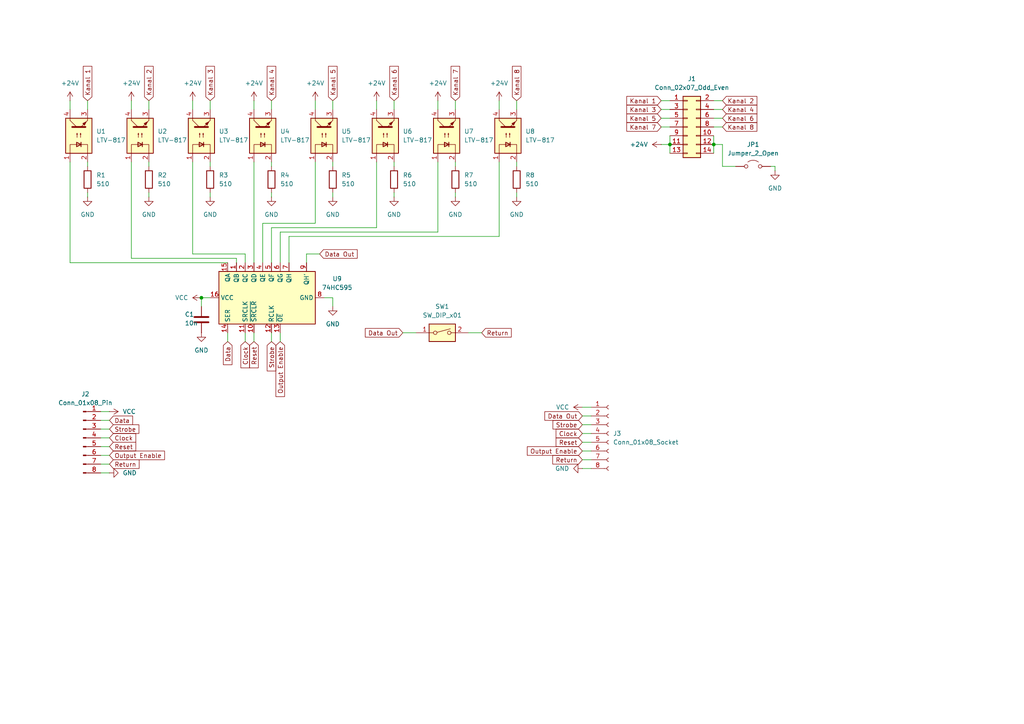
<source format=kicad_sch>
(kicad_sch (version 20231120) (generator "eeschema") (generator_version "8.0")
  (paper "A4")
  (lib_symbols
    (symbol "74xx:74HC595"
      (property "Reference" "U" (at -7.62 13.97 0))
      (property "Value" "74HC595" (at -7.62 -16.51 0))
      (symbol "74HC595_1_0"
        (pin tri_state line (at 10.16 7.62 180) (length 2.54) (name "QB") (number "1"))
        (pin input line (at -10.16 2.54 0) (length 2.54) (name "~{SRCLR}") (number "10"))
        (pin input line (at -10.16 5.08 0) (length 2.54) (name "SRCLK") (number "11"))
        (pin input line (at -10.16 -2.54 0) (length 2.54) (name "RCLK") (number "12"))
        (pin input line (at -10.16 -5.08 0) (length 2.54) (name "~{OE}") (number "13"))
        (pin input line (at -10.16 10.16 0) (length 2.54) (name "SER") (number "14"))
        (pin tri_state line (at 10.16 10.16 180) (length 2.54) (name "QA") (number "15"))
        (pin power_in line (at 0 15.24 270) (length 2.54) (name "VCC") (number "16"))
        (pin tri_state line (at 10.16 5.08 180) (length 2.54) (name "QC") (number "2"))
        (pin tri_state line (at 10.16 2.54 180) (length 2.54) (name "QD") (number "3"))
        (pin tri_state line (at 10.16 0 180) (length 2.54) (name "QE") (number "4"))
        (pin tri_state line (at 10.16 -2.54 180) (length 2.54) (name "QF") (number "5"))
        (pin tri_state line (at 10.16 -5.08 180) (length 2.54) (name "QG") (number "6"))
        (pin tri_state line (at 10.16 -7.62 180) (length 2.54) (name "QH") (number "7"))
        (pin power_in line (at 0 -17.78 90) (length 2.54) (name "GND") (number "8"))
        (pin output line (at 10.16 -12.7 180) (length 2.54) (name "QH'") (number "9"))
      )
      (symbol "74HC595_1_1"
        (rectangle (start -7.62 12.7) (end 7.62 -15.24) (stroke (width 0.254)) (fill (type background)))
      )
    )
    (symbol "Connector:Conn_01x08_Pin" (pin_names (offset 1.016) hide)
      (property "Reference" "J" (at 0 10.16 0))
      (property "Value" "Conn_01x08_Pin" (at 0 -12.7 0))
      (symbol "Conn_01x08_Pin_1_1"
        (polyline (pts (xy 1.27 -10.16) (xy 0.8636 -10.16)) (stroke (width 0.1524)))
        (polyline (pts (xy 1.27 -7.62) (xy 0.8636 -7.62)) (stroke (width 0.1524)))
        (polyline (pts (xy 1.27 -5.08) (xy 0.8636 -5.08)) (stroke (width 0.1524)))
        (polyline (pts (xy 1.27 -2.54) (xy 0.8636 -2.54)) (stroke (width 0.1524)))
        (polyline (pts (xy 1.27 0) (xy 0.8636 0)) (stroke (width 0.1524)))
        (polyline (pts (xy 1.27 2.54) (xy 0.8636 2.54)) (stroke (width 0.1524)))
        (polyline (pts (xy 1.27 5.08) (xy 0.8636 5.08)) (stroke (width 0.1524)))
        (polyline (pts (xy 1.27 7.62) (xy 0.8636 7.62)) (stroke (width 0.1524)))
        (rectangle (start 0.8636 -10.033) (end 0 -10.287) (stroke (width 0.1524)) (fill (type outline)))
        (rectangle (start 0.8636 -7.493) (end 0 -7.747) (stroke (width 0.1524)) (fill (type outline)))
        (rectangle (start 0.8636 -4.953) (end 0 -5.207) (stroke (width 0.1524)) (fill (type outline)))
        (rectangle (start 0.8636 -2.413) (end 0 -2.667) (stroke (width 0.1524)) (fill (type outline)))
        (rectangle (start 0.8636 0.127) (end 0 -0.127) (stroke (width 0.1524)) (fill (type outline)))
        (rectangle (start 0.8636 2.667) (end 0 2.413) (stroke (width 0.1524)) (fill (type outline)))
        (rectangle (start 0.8636 5.207) (end 0 4.953) (stroke (width 0.1524)) (fill (type outline)))
        (rectangle (start 0.8636 7.747) (end 0 7.493) (stroke (width 0.1524)) (fill (type outline)))
        (pin passive line (at 5.08 7.62 180) (length 3.81) (name "Pin_1") (number "1"))
        (pin passive line (at 5.08 5.08 180) (length 3.81) (name "Pin_2") (number "2"))
        (pin passive line (at 5.08 2.54 180) (length 3.81) (name "Pin_3") (number "3"))
        (pin passive line (at 5.08 0 180) (length 3.81) (name "Pin_4") (number "4"))
        (pin passive line (at 5.08 -2.54 180) (length 3.81) (name "Pin_5") (number "5"))
        (pin passive line (at 5.08 -5.08 180) (length 3.81) (name "Pin_6") (number "6"))
        (pin passive line (at 5.08 -7.62 180) (length 3.81) (name "Pin_7") (number "7"))
        (pin passive line (at 5.08 -10.16 180) (length 3.81) (name "Pin_8") (number "8"))
      )
    )
    (symbol "Connector:Conn_01x08_Socket" (pin_names (offset 1.016) hide)
      (property "Reference" "J" (at 0 10.16 0))
      (property "Value" "Conn_01x08_Socket" (at 0 -12.7 0))
      (symbol "Conn_01x08_Socket_1_1"
        (arc (start 0 -9.652) (mid -0.5058 -10.16) (end 0 -10.668) (stroke (width 0.1524)))
        (arc (start 0 -7.112) (mid -0.5058 -7.62) (end 0 -8.128) (stroke (width 0.1524)))
        (arc (start 0 -4.572) (mid -0.5058 -5.08) (end 0 -5.588) (stroke (width 0.1524)))
        (arc (start 0 -2.032) (mid -0.5058 -2.54) (end 0 -3.048) (stroke (width 0.1524)))
        (polyline (pts (xy -1.27 -10.16) (xy -0.508 -10.16)) (stroke (width 0.1524)))
        (polyline (pts (xy -1.27 -7.62) (xy -0.508 -7.62)) (stroke (width 0.1524)))
        (polyline (pts (xy -1.27 -5.08) (xy -0.508 -5.08)) (stroke (width 0.1524)))
        (polyline (pts (xy -1.27 -2.54) (xy -0.508 -2.54)) (stroke (width 0.1524)))
        (polyline (pts (xy -1.27 0) (xy -0.508 0)) (stroke (width 0.1524)))
        (polyline (pts (xy -1.27 2.54) (xy -0.508 2.54)) (stroke (width 0.1524)))
        (polyline (pts (xy -1.27 5.08) (xy -0.508 5.08)) (stroke (width 0.1524)))
        (polyline (pts (xy -1.27 7.62) (xy -0.508 7.62)) (stroke (width 0.1524)))
        (arc (start 0 0.508) (mid -0.5058 0) (end 0 -0.508) (stroke (width 0.1524)))
        (arc (start 0 3.048) (mid -0.5058 2.54) (end 0 2.032) (stroke (width 0.1524)))
        (arc (start 0 5.588) (mid -0.5058 5.08) (end 0 4.572) (stroke (width 0.1524)))
        (arc (start 0 8.128) (mid -0.5058 7.62) (end 0 7.112) (stroke (width 0.1524)))
        (pin passive line (at -5.08 7.62 0) (length 3.81) (name "Pin_1") (number "1"))
        (pin passive line (at -5.08 5.08 0) (length 3.81) (name "Pin_2") (number "2"))
        (pin passive line (at -5.08 2.54 0) (length 3.81) (name "Pin_3") (number "3"))
        (pin passive line (at -5.08 0 0) (length 3.81) (name "Pin_4") (number "4"))
        (pin passive line (at -5.08 -2.54 0) (length 3.81) (name "Pin_5") (number "5"))
        (pin passive line (at -5.08 -5.08 0) (length 3.81) (name "Pin_6") (number "6"))
        (pin passive line (at -5.08 -7.62 0) (length 3.81) (name "Pin_7") (number "7"))
        (pin passive line (at -5.08 -10.16 0) (length 3.81) (name "Pin_8") (number "8"))
      )
    )
    (symbol "Connector_Generic:Conn_02x07_Odd_Even" (pin_names (offset 1.016) hide)
      (property "Reference" "J" (at 1.27 10.16 0))
      (property "Value" "Conn_02x07_Odd_Even" (at 1.27 -10.16 0))
      (symbol "Conn_02x07_Odd_Even_1_1"
        (rectangle (start -1.27 -7.493) (end 0 -7.747) (stroke (width 0.1524)))
        (rectangle (start -1.27 -4.953) (end 0 -5.207) (stroke (width 0.1524)))
        (rectangle (start -1.27 -2.413) (end 0 -2.667) (stroke (width 0.1524)))
        (rectangle (start -1.27 0.127) (end 0 -0.127) (stroke (width 0.1524)))
        (rectangle (start -1.27 2.667) (end 0 2.413) (stroke (width 0.1524)))
        (rectangle (start -1.27 5.207) (end 0 4.953) (stroke (width 0.1524)))
        (rectangle (start -1.27 7.747) (end 0 7.493) (stroke (width 0.1524)))
        (rectangle (start -1.27 8.89) (end 3.81 -8.89) (stroke (width 0.254)) (fill (type background)))
        (rectangle (start 3.81 -7.493) (end 2.54 -7.747) (stroke (width 0.1524)))
        (rectangle (start 3.81 -4.953) (end 2.54 -5.207) (stroke (width 0.1524)))
        (rectangle (start 3.81 -2.413) (end 2.54 -2.667) (stroke (width 0.1524)))
        (rectangle (start 3.81 0.127) (end 2.54 -0.127) (stroke (width 0.1524)))
        (rectangle (start 3.81 2.667) (end 2.54 2.413) (stroke (width 0.1524)))
        (rectangle (start 3.81 5.207) (end 2.54 4.953) (stroke (width 0.1524)))
        (rectangle (start 3.81 7.747) (end 2.54 7.493) (stroke (width 0.1524)))
        (pin passive line (at -5.08 7.62 0) (length 3.81) (name "Pin_1") (number "1"))
        (pin passive line (at 7.62 -2.54 180) (length 3.81) (name "Pin_10") (number "10"))
        (pin passive line (at -5.08 -5.08 0) (length 3.81) (name "Pin_11") (number "11"))
        (pin passive line (at 7.62 -5.08 180) (length 3.81) (name "Pin_12") (number "12"))
        (pin passive line (at -5.08 -7.62 0) (length 3.81) (name "Pin_13") (number "13"))
        (pin passive line (at 7.62 -7.62 180) (length 3.81) (name "Pin_14") (number "14"))
        (pin passive line (at 7.62 7.62 180) (length 3.81) (name "Pin_2") (number "2"))
        (pin passive line (at -5.08 5.08 0) (length 3.81) (name "Pin_3") (number "3"))
        (pin passive line (at 7.62 5.08 180) (length 3.81) (name "Pin_4") (number "4"))
        (pin passive line (at -5.08 2.54 0) (length 3.81) (name "Pin_5") (number "5"))
        (pin passive line (at 7.62 2.54 180) (length 3.81) (name "Pin_6") (number "6"))
        (pin passive line (at -5.08 0 0) (length 3.81) (name "Pin_7") (number "7"))
        (pin passive line (at 7.62 0 180) (length 3.81) (name "Pin_8") (number "8"))
        (pin passive line (at -5.08 -2.54 0) (length 3.81) (name "Pin_9") (number "9"))
      )
    )
    (symbol "Device:C" (pin_numbers hide) (pin_names (offset 0.254))
      (property "Reference" "C" (at 0.635 2.54 0))
      (property "Value" "C" (at 0.635 -2.54 0))
      (symbol "C_0_1"
        (polyline (pts (xy -2.032 -0.762) (xy 2.032 -0.762)) (stroke (width 0.508)))
        (polyline (pts (xy -2.032 0.762) (xy 2.032 0.762)) (stroke (width 0.508)))
      )
      (symbol "C_1_1"
        (pin passive line (at 0 3.81 270) (length 2.794) (name "~") (number "1"))
        (pin passive line (at 0 -3.81 90) (length 2.794) (name "~") (number "2"))
      )
    )
    (symbol "Device:R" (pin_numbers hide) (pin_names (offset 0))
      (property "Reference" "R" (at 2.032 0 90))
      (property "Value" "R" (at 0 0 90))
      (symbol "R_0_1"
        (rectangle (start -1.016 -2.54) (end 1.016 2.54) (stroke (width 0.254)))
      )
      (symbol "R_1_1"
        (pin passive line (at 0 3.81 270) (length 1.27) (name "~") (number "1"))
        (pin passive line (at 0 -3.81 90) (length 1.27) (name "~") (number "2"))
      )
    )
    (symbol "Isolator:LTV-817" (pin_names (offset 1.016))
      (property "Reference" "U" (at -5.08 5.08 0))
      (property "Value" "LTV-817" (at 0 5.08 0))
      (symbol "LTV-817_0_1"
        (rectangle (start -5.08 3.81) (end 5.08 -3.81) (stroke (width 0.254)) (fill (type background)))
        (polyline (pts (xy -3.175 -0.635) (xy -1.905 -0.635)) (stroke (width 0.254)))
        (polyline (pts (xy 2.54 0.635) (xy 4.445 2.54)))
        (polyline (pts (xy 4.445 -2.54) (xy 2.54 -0.635)) (fill (type outline)))
        (polyline (pts (xy 4.445 -2.54) (xy 5.08 -2.54)))
        (polyline (pts (xy 4.445 2.54) (xy 5.08 2.54)))
        (polyline (pts (xy -5.08 2.54) (xy -2.54 2.54) (xy -2.54 -0.762)))
        (polyline (pts (xy -2.54 -0.635) (xy -2.54 -2.54) (xy -5.08 -2.54)))
        (polyline (pts (xy 2.54 1.905) (xy 2.54 -1.905) (xy 2.54 -1.905)) (stroke (width 0.508)))
        (polyline (pts (xy -2.54 -0.635) (xy -3.175 0.635) (xy -1.905 0.635) (xy -2.54 -0.635)) (stroke (width 0.254)))
        (polyline (pts (xy -0.508 -0.508) (xy 0.762 -0.508) (xy 0.381 -0.635) (xy 0.381 -0.381) (xy 0.762 -0.508)))
        (polyline (pts (xy -0.508 0.508) (xy 0.762 0.508) (xy 0.381 0.381) (xy 0.381 0.635) (xy 0.762 0.508)))
        (polyline (pts (xy 3.048 -1.651) (xy 3.556 -1.143) (xy 4.064 -2.159) (xy 3.048 -1.651) (xy 3.048 -1.651)) (fill (type outline)))
      )
      (symbol "LTV-817_1_1"
        (pin passive line (at -7.62 2.54 0) (length 2.54) (name "~") (number "1"))
        (pin passive line (at -7.62 -2.54 0) (length 2.54) (name "~") (number "2"))
        (pin passive line (at 7.62 -2.54 180) (length 2.54) (name "~") (number "3"))
        (pin passive line (at 7.62 2.54 180) (length 2.54) (name "~") (number "4"))
      )
    )
    (symbol "Jumper:Jumper_2_Open" (pin_numbers hide) (pin_names (offset 0) hide) (exclude_from_sim yes)
      (property "Reference" "JP" (at 0 2.794 0))
      (property "Value" "Jumper_2_Open" (at 0 -2.286 0))
      (symbol "Jumper_2_Open_0_0"
        (circle (center -2.032 0) (radius 0.508))
        (circle (center 2.032 0) (radius 0.508))
      )
      (symbol "Jumper_2_Open_0_1"
        (arc (start 1.524 1.27) (mid 0 1.778) (end -1.524 1.27))
      )
      (symbol "Jumper_2_Open_1_1"
        (pin passive line (at -5.08 0 0) (length 2.54) (name "A") (number "1"))
        (pin passive line (at 5.08 0 180) (length 2.54) (name "B") (number "2"))
      )
    )
    (symbol "Switch:SW_DIP_x01" (pin_names (offset 0) hide)
      (property "Reference" "SW" (at 0 3.81 0))
      (property "Value" "SW_DIP_x01" (at 0 -3.81 0))
      (symbol "SW_DIP_x01_0_0"
        (circle (center -2.032 0) (radius 0.508))
        (polyline (pts (xy -1.524 0.127) (xy 2.3622 1.1684)))
        (circle (center 2.032 0) (radius 0.508))
      )
      (symbol "SW_DIP_x01_0_1"
        (rectangle (start -3.81 2.54) (end 3.81 -2.54) (stroke (width 0.254)) (fill (type background)))
      )
      (symbol "SW_DIP_x01_1_1"
        (pin passive line (at -7.62 0 0) (length 5.08) (name "~") (number "1"))
        (pin passive line (at 7.62 0 180) (length 5.08) (name "~") (number "2"))
      )
    )
    (symbol "power:+24V" (power) (pin_numbers hide) (pin_names (offset 0) hide)
      (property "Value" "+24V" (at 0 3.556 0))
      (symbol "+24V_0_1"
        (polyline (pts (xy -0.762 1.27) (xy 0 2.54)))
        (polyline (pts (xy 0 0) (xy 0 2.54)))
        (polyline (pts (xy 0 2.54) (xy 0.762 1.27)))
      )
      (symbol "+24V_1_1"
        (pin power_in line (at 0 0 90) (length 0) (name "~") (number "1"))
      )
    )
    (symbol "power:GND" (power) (pin_numbers hide) (pin_names (offset 0) hide)
      (property "Value" "GND" (at 0 -3.81 0))
      (symbol "GND_0_1"
        (polyline (pts (xy 0 0) (xy 0 -1.27) (xy 1.27 -1.27) (xy 0 -2.54) (xy -1.27 -1.27) (xy 0 -1.27)))
      )
      (symbol "GND_1_1"
        (pin power_in line (at 0 0 270) (length 0) (name "~") (number "1"))
      )
    )
    (symbol "power:VCC" (power) (pin_numbers hide) (pin_names (offset 0) hide)
      (property "Value" "VCC" (at 0 3.556 0))
      (symbol "VCC_0_1"
        (polyline (pts (xy -0.762 1.27) (xy 0 2.54)))
        (polyline (pts (xy 0 0) (xy 0 2.54)))
        (polyline (pts (xy 0 2.54) (xy 0.762 1.27)))
      )
      (symbol "VCC_1_1"
        (pin power_in line (at 0 0 90) (length 0) (name "~") (number "1"))
      )
    )
  )
  (junction (at 58.42 86.36))
  (junction (at 207.01 41.91))
  (junction (at 194.31 41.91))
  (wire (pts (xy 207.01 34.29) (xy 209.55 34.29)))
  (wire (pts (xy 207.01 39.37) (xy 207.01 41.91)))
  (wire (pts (xy 127 29.21) (xy 127 31.75)))
  (wire (pts (xy 73.66 46.99) (xy 73.66 76.2)))
  (wire (pts (xy 83.82 68.58) (xy 144.78 68.58)))
  (wire (pts (xy 25.4 55.88) (xy 25.4 57.15)))
  (wire (pts (xy 149.86 55.88) (xy 149.86 57.15)))
  (wire (pts (xy 78.74 66.04) (xy 78.74 76.2)))
  (wire (pts (xy 168.91 125.73) (xy 171.45 125.73)))
  (wire (pts (xy 76.2 64.77) (xy 91.44 64.77)))
  (wire (pts (xy 149.86 46.99) (xy 149.86 48.26)))
  (wire (pts (xy 66.04 96.52) (xy 66.04 99.06)))
  (wire (pts (xy 55.88 46.99) (xy 55.88 73.66)))
  (wire (pts (xy 78.74 29.21) (xy 78.74 31.75)))
  (wire (pts (xy 96.52 86.36) (xy 96.52 88.9)))
  (wire (pts (xy 223.52 48.26) (xy 224.79 48.26)))
  (wire (pts (xy 135.89 96.52) (xy 139.7 96.52)))
  (wire (pts (xy 132.08 29.21) (xy 132.08 31.75)))
  (wire (pts (xy 71.12 96.52) (xy 71.12 99.06)))
  (wire (pts (xy 207.01 31.75) (xy 209.55 31.75)))
  (wire (pts (xy 207.01 41.91) (xy 207.01 44.45)))
  (wire (pts (xy 213.36 48.26) (xy 209.55 48.26)))
  (wire (pts (xy 78.74 46.99) (xy 78.74 48.26)))
  (wire (pts (xy 149.86 29.21) (xy 149.86 31.75)))
  (wire (pts (xy 209.55 41.91) (xy 207.01 41.91)))
  (wire (pts (xy 25.4 29.21) (xy 25.4 31.75)))
  (wire (pts (xy 83.82 76.2) (xy 83.82 68.58)))
  (wire (pts (xy 58.42 86.36) (xy 60.96 86.36)))
  (wire (pts (xy 91.44 64.77) (xy 91.44 46.99)))
  (wire (pts (xy 55.88 73.66) (xy 71.12 73.66)))
  (wire (pts (xy 96.52 29.21) (xy 96.52 31.75)))
  (wire (pts (xy 29.21 124.46) (xy 31.75 124.46)))
  (wire (pts (xy 191.77 41.91) (xy 194.31 41.91)))
  (wire (pts (xy 144.78 68.58) (xy 144.78 46.99)))
  (wire (pts (xy 209.55 48.26) (xy 209.55 41.91)))
  (wire (pts (xy 109.22 46.99) (xy 109.22 66.04)))
  (wire (pts (xy 114.3 55.88) (xy 114.3 57.15)))
  (wire (pts (xy 194.31 41.91) (xy 194.31 44.45)))
  (wire (pts (xy 116.84 96.52) (xy 120.65 96.52)))
  (wire (pts (xy 38.1 29.21) (xy 38.1 31.75)))
  (wire (pts (xy 114.3 46.99) (xy 114.3 48.26)))
  (wire (pts (xy 191.77 34.29) (xy 194.31 34.29)))
  (wire (pts (xy 194.31 39.37) (xy 194.31 41.91)))
  (wire (pts (xy 96.52 55.88) (xy 96.52 57.15)))
  (wire (pts (xy 93.98 86.36) (xy 96.52 86.36)))
  (wire (pts (xy 43.18 46.99) (xy 43.18 48.26)))
  (wire (pts (xy 68.58 76.2) (xy 68.58 74.93)))
  (wire (pts (xy 25.4 46.99) (xy 25.4 48.26)))
  (wire (pts (xy 20.32 29.21) (xy 20.32 31.75)))
  (wire (pts (xy 132.08 55.88) (xy 132.08 57.15)))
  (wire (pts (xy 43.18 29.21) (xy 43.18 31.75)))
  (wire (pts (xy 168.91 118.11) (xy 171.45 118.11)))
  (wire (pts (xy 81.28 96.52) (xy 81.28 99.06)))
  (wire (pts (xy 29.21 127) (xy 31.75 127)))
  (wire (pts (xy 20.32 76.2) (xy 20.32 46.99)))
  (wire (pts (xy 29.21 129.54) (xy 31.75 129.54)))
  (wire (pts (xy 71.12 73.66) (xy 71.12 76.2)))
  (wire (pts (xy 224.79 48.26) (xy 224.79 49.53)))
  (wire (pts (xy 191.77 36.83) (xy 194.31 36.83)))
  (wire (pts (xy 78.74 55.88) (xy 78.74 57.15)))
  (wire (pts (xy 191.77 29.21) (xy 194.31 29.21)))
  (wire (pts (xy 168.91 123.19) (xy 171.45 123.19)))
  (wire (pts (xy 109.22 66.04) (xy 78.74 66.04)))
  (wire (pts (xy 168.91 120.65) (xy 171.45 120.65)))
  (wire (pts (xy 92.71 73.66) (xy 88.9 73.66)))
  (wire (pts (xy 91.44 29.21) (xy 91.44 31.75)))
  (wire (pts (xy 29.21 132.08) (xy 31.75 132.08)))
  (wire (pts (xy 81.28 76.2) (xy 81.28 67.31)))
  (wire (pts (xy 207.01 29.21) (xy 209.55 29.21)))
  (wire (pts (xy 60.96 46.99) (xy 60.96 48.26)))
  (wire (pts (xy 109.22 29.21) (xy 109.22 31.75)))
  (wire (pts (xy 73.66 29.21) (xy 73.66 31.75)))
  (wire (pts (xy 127 46.99) (xy 127 67.31)))
  (wire (pts (xy 66.04 76.2) (xy 20.32 76.2)))
  (wire (pts (xy 114.3 29.21) (xy 114.3 31.75)))
  (wire (pts (xy 43.18 55.88) (xy 43.18 57.15)))
  (wire (pts (xy 68.58 74.93) (xy 38.1 74.93)))
  (wire (pts (xy 60.96 55.88) (xy 60.96 57.15)))
  (wire (pts (xy 29.21 137.16) (xy 31.75 137.16)))
  (wire (pts (xy 168.91 133.35) (xy 171.45 133.35)))
  (wire (pts (xy 58.42 86.36) (xy 58.42 88.9)))
  (wire (pts (xy 29.21 134.62) (xy 31.75 134.62)))
  (wire (pts (xy 81.28 67.31) (xy 127 67.31)))
  (wire (pts (xy 73.66 96.52) (xy 73.66 99.06)))
  (wire (pts (xy 78.74 96.52) (xy 78.74 99.06)))
  (wire (pts (xy 96.52 46.99) (xy 96.52 48.26)))
  (wire (pts (xy 191.77 31.75) (xy 194.31 31.75)))
  (wire (pts (xy 144.78 29.21) (xy 144.78 31.75)))
  (wire (pts (xy 60.96 29.21) (xy 60.96 31.75)))
  (wire (pts (xy 76.2 76.2) (xy 76.2 64.77)))
  (wire (pts (xy 168.91 130.81) (xy 171.45 130.81)))
  (wire (pts (xy 207.01 36.83) (xy 209.55 36.83)))
  (wire (pts (xy 29.21 121.92) (xy 31.75 121.92)))
  (wire (pts (xy 55.88 29.21) (xy 55.88 31.75)))
  (wire (pts (xy 38.1 74.93) (xy 38.1 46.99)))
  (wire (pts (xy 168.91 135.89) (xy 171.45 135.89)))
  (wire (pts (xy 29.21 119.38) (xy 31.75 119.38)))
  (wire (pts (xy 88.9 73.66) (xy 88.9 76.2)))
  (wire (pts (xy 132.08 46.99) (xy 132.08 48.26)))
  (wire (pts (xy 168.91 128.27) (xy 171.45 128.27)))
  (global_label "Clock" (shape input) (at 71.12 99.06 270) (property "Intersheetrefs" "${INTERSHEET_REFS}" (effects (hide yes))))
  (global_label "Kanal 2" (shape input) (at 209.55 29.21 0) (property "Intersheetrefs" "${INTERSHEET_REFS}" (effects (hide yes))))
  (global_label "Kanal 3" (shape input) (at 60.96 29.21 90) (property "Intersheetrefs" "${INTERSHEET_REFS}" (effects (hide yes))))
  (global_label "Kanal 3" (shape input) (at 191.77 31.75 180) (property "Intersheetrefs" "${INTERSHEET_REFS}" (effects (hide yes))))
  (global_label "Kanal 8" (shape input) (at 209.55 36.83 0) (property "Intersheetrefs" "${INTERSHEET_REFS}" (effects (hide yes))))
  (global_label "Kanal 4" (shape input) (at 78.74 29.21 90) (property "Intersheetrefs" "${INTERSHEET_REFS}" (effects (hide yes))))
  (global_label "Data Out" (shape input) (at 168.91 120.65 180) (property "Intersheetrefs" "${INTERSHEET_REFS}" (effects (hide yes))))
  (global_label "Kanal 5" (shape input) (at 96.52 29.21 90) (property "Intersheetrefs" "${INTERSHEET_REFS}" (effects (hide yes))))
  (global_label "Output Enable" (shape input) (at 31.75 132.08 0) (property "Intersheetrefs" "${INTERSHEET_REFS}" (effects (hide yes))))
  (global_label "Kanal 5" (shape input) (at 191.77 34.29 180) (property "Intersheetrefs" "${INTERSHEET_REFS}" (effects (hide yes))))
  (global_label "Kanal 6" (shape input) (at 209.55 34.29 0) (property "Intersheetrefs" "${INTERSHEET_REFS}" (effects (hide yes))))
  (global_label "Data Out" (shape input) (at 92.71 73.66 0) (property "Intersheetrefs" "${INTERSHEET_REFS}" (effects (hide yes))))
  (global_label "Kanal 1" (shape input) (at 191.77 29.21 180) (property "Intersheetrefs" "${INTERSHEET_REFS}" (effects (hide yes))))
  (global_label "Reset" (shape input) (at 31.75 129.54 0) (property "Intersheetrefs" "${INTERSHEET_REFS}" (effects (hide yes))))
  (global_label "Kanal 2" (shape input) (at 43.18 29.21 90) (property "Intersheetrefs" "${INTERSHEET_REFS}" (effects (hide yes))))
  (global_label "Data" (shape input) (at 31.75 121.92 0) (property "Intersheetrefs" "${INTERSHEET_REFS}" (effects (hide yes))))
  (global_label "Output Enable" (shape input) (at 81.28 99.06 270) (property "Intersheetrefs" "${INTERSHEET_REFS}" (effects (hide yes))))
  (global_label "Kanal 4" (shape input) (at 209.55 31.75 0) (property "Intersheetrefs" "${INTERSHEET_REFS}" (effects (hide yes))))
  (global_label "Reset" (shape input) (at 73.66 99.06 270) (property "Intersheetrefs" "${INTERSHEET_REFS}" (effects (hide yes))))
  (global_label "Kanal 6" (shape input) (at 114.3 29.21 90) (property "Intersheetrefs" "${INTERSHEET_REFS}" (effects (hide yes))))
  (global_label "Strobe" (shape input) (at 31.75 124.46 0) (property "Intersheetrefs" "${INTERSHEET_REFS}" (effects (hide yes))))
  (global_label "Return" (shape input) (at 31.75 134.62 0) (property "Intersheetrefs" "${INTERSHEET_REFS}" (effects (hide yes))))
  (global_label "Strobe" (shape input) (at 168.91 123.19 180) (property "Intersheetrefs" "${INTERSHEET_REFS}" (effects (hide yes))))
  (global_label "Clock" (shape input) (at 168.91 125.73 180) (property "Intersheetrefs" "${INTERSHEET_REFS}" (effects (hide yes))))
  (global_label "Clock" (shape input) (at 31.75 127 0) (property "Intersheetrefs" "${INTERSHEET_REFS}" (effects (hide yes))))
  (global_label "Reset" (shape input) (at 168.91 128.27 180) (property "Intersheetrefs" "${INTERSHEET_REFS}" (effects (hide yes))))
  (global_label "Data" (shape input) (at 66.04 99.06 270) (property "Intersheetrefs" "${INTERSHEET_REFS}" (effects (hide yes))))
  (global_label "Return" (shape input) (at 139.7 96.52 0) (property "Intersheetrefs" "${INTERSHEET_REFS}" (effects (hide yes))))
  (global_label "Kanal 8" (shape input) (at 149.86 29.21 90) (property "Intersheetrefs" "${INTERSHEET_REFS}" (effects (hide yes))))
  (global_label "Return" (shape input) (at 168.91 133.35 180) (property "Intersheetrefs" "${INTERSHEET_REFS}" (effects (hide yes))))
  (global_label "Data Out" (shape input) (at 116.84 96.52 180) (property "Intersheetrefs" "${INTERSHEET_REFS}" (effects (hide yes))))
  (global_label "Strobe" (shape input) (at 78.74 99.06 270) (property "Intersheetrefs" "${INTERSHEET_REFS}" (effects (hide yes))))
  (global_label "Kanal 1" (shape input) (at 25.4 29.21 90) (property "Intersheetrefs" "${INTERSHEET_REFS}" (effects (hide yes))))
  (global_label "Output Enable" (shape input) (at 168.91 130.81 180) (property "Intersheetrefs" "${INTERSHEET_REFS}" (effects (hide yes))))
  (global_label "Kanal 7" (shape input) (at 132.08 29.21 90) (property "Intersheetrefs" "${INTERSHEET_REFS}" (effects (hide yes))))
  (global_label "Kanal 7" (shape input) (at 191.77 36.83 180) (property "Intersheetrefs" "${INTERSHEET_REFS}" (effects (hide yes))))
  (symbol (lib_id "power:GND") (at 149.86 57.15 0) (unit 1)
    (property "Reference" "#PWR016" (effects (hide yes)))
    (property "Value" "GND" (at 149.86 62.23 0))
    (property "Description" "Power symbol creates a global label with name \"GND\" , ground" (effects (hide yes)))
  )
  (symbol (lib_id "power:+24V") (at 144.78 29.21 0) (unit 1)
    (property "Reference" "#PWR08" (effects (hide yes)))
    (property "Value" "+24V" (at 144.78 24.13 0))
    (property "Description" "Power symbol creates a global label with name \"+24V\"" (effects (hide yes)))
  )
  (symbol (lib_id "Isolator:LTV-817") (at 22.86 39.37 90) (unit 1)
    (property "Reference" "U1" (at 27.94 38.0999 90) (effects (justify right)))
    (property "Value" "LTV-817" (at 27.94 40.6399 90) (effects (justify right)))
    (property "Footprint" "Package_DIP:DIP-4_W7.62mm" (effects (hide yes)))
    (property "Datasheet" "http://www.us.liteon.com/downloads/LTV-817-827-847.PDF" (effects (hide yes)))
    (property "Description" "DC Optocoupler, Vce 35V, CTR 50%, DIP-4" (effects (hide yes)))
  )
  (symbol (lib_id "power:+24V") (at 55.88 29.21 0) (unit 1)
    (property "Reference" "#PWR03" (effects (hide yes)))
    (property "Value" "+24V" (at 55.88 24.13 0))
    (property "Description" "Power symbol creates a global label with name \"+24V\"" (effects (hide yes)))
  )
  (symbol (lib_id "Connector:Conn_01x08_Pin") (at 24.13 127 0) (unit 1)
    (property "Reference" "J2" (at 24.765 114.3 0))
    (property "Value" "Conn_01x08_Pin" (at 24.765 116.84 0))
    (property "Footprint" "Connector_PinHeader_2.54mm:PinHeader_1x08_P2.54mm_Horizontal" (effects (hide yes)))
    (property "Description" "Generic connector, single row, 01x08, script generated" (effects (hide yes)))
  )
  (symbol (lib_id "Device:R") (at 132.08 52.07 0) (unit 1)
    (property "Reference" "R7" (at 134.62 50.7999 0) (effects (justify left)))
    (property "Value" "510" (at 134.62 53.3399 0) (effects (justify left)))
    (property "Footprint" "Resistor_THT:R_Axial_DIN0309_L9.0mm_D3.2mm_P5.08mm_Vertical" (effects (hide yes)))
    (property "Description" "Resistor" (effects (hide yes)))
  )
  (symbol (lib_id "power:GND") (at 31.75 137.16 90) (unit 1)
    (property "Reference" "#PWR020" (effects (hide yes)))
    (property "Value" "GND" (at 35.56 137.1599 90) (effects (justify right)))
    (property "Description" "Power symbol creates a global label with name \"GND\" , ground" (effects (hide yes)))
  )
  (symbol (lib_id "power:GND") (at 60.96 57.15 0) (unit 1)
    (property "Reference" "#PWR011" (effects (hide yes)))
    (property "Value" "GND" (at 60.96 62.23 0))
    (property "Description" "Power symbol creates a global label with name \"GND\" , ground" (effects (hide yes)))
  )
  (symbol (lib_id "power:GND") (at 96.52 57.15 0) (unit 1)
    (property "Reference" "#PWR013" (effects (hide yes)))
    (property "Value" "GND" (at 96.52 62.23 0))
    (property "Description" "Power symbol creates a global label with name \"GND\" , ground" (effects (hide yes)))
  )
  (symbol (lib_id "power:GND") (at 132.08 57.15 0) (unit 1)
    (property "Reference" "#PWR015" (effects (hide yes)))
    (property "Value" "GND" (at 132.08 62.23 0))
    (property "Description" "Power symbol creates a global label with name \"GND\" , ground" (effects (hide yes)))
  )
  (symbol (lib_id "power:GND") (at 168.91 135.89 270) (unit 1)
    (property "Reference" "#PWR023" (effects (hide yes)))
    (property "Value" "GND" (at 165.1 135.8899 90) (effects (justify right)))
    (property "Description" "Power symbol creates a global label with name \"GND\" , ground" (effects (hide yes)))
  )
  (symbol (lib_id "power:GND") (at 25.4 57.15 0) (unit 1)
    (property "Reference" "#PWR09" (effects (hide yes)))
    (property "Value" "GND" (at 25.4 62.23 0))
    (property "Description" "Power symbol creates a global label with name \"GND\" , ground" (effects (hide yes)))
  )
  (symbol (lib_id "Device:R") (at 60.96 52.07 0) (unit 1)
    (property "Reference" "R3" (at 63.5 50.7999 0) (effects (justify left)))
    (property "Value" "510" (at 63.5 53.3399 0) (effects (justify left)))
    (property "Footprint" "Resistor_THT:R_Axial_DIN0309_L9.0mm_D3.2mm_P5.08mm_Vertical" (effects (hide yes)))
    (property "Description" "Resistor" (effects (hide yes)))
  )
  (symbol (lib_id "Jumper:Jumper_2_Open") (at 218.44 48.26 0) (unit 1) (exclude_from_sim yes)
    (property "Reference" "JP1" (at 218.44 41.91 0))
    (property "Value" "Jumper_2_Open" (at 218.44 44.45 0))
    (property "Footprint" "Jumper:SolderJumper-2_P1.3mm_Open_Pad1.0x1.5mm" (effects (hide yes)))
    (property "Description" "Jumper, 2-pole, open" (effects (hide yes)))
  )
  (symbol (lib_id "power:+24V") (at 127 29.21 0) (unit 1)
    (property "Reference" "#PWR07" (effects (hide yes)))
    (property "Value" "+24V" (at 127 24.13 0))
    (property "Description" "Power symbol creates a global label with name \"+24V\"" (effects (hide yes)))
  )
  (symbol (lib_id "power:VCC") (at 31.75 119.38 270) (unit 1)
    (property "Reference" "#PWR021" (effects (hide yes)))
    (property "Value" "VCC" (at 35.56 119.3799 90) (effects (justify left)))
    (property "Description" "Power symbol creates a global label with name \"VCC\"" (effects (hide yes)))
  )
  (symbol (lib_id "power:+24V") (at 191.77 41.91 90) (unit 1)
    (property "Reference" "#PWR017" (effects (hide yes)))
    (property "Value" "+24V" (at 187.96 41.9099 90) (effects (justify left)))
    (property "Description" "Power symbol creates a global label with name \"+24V\"" (effects (hide yes)))
  )
  (symbol (lib_id "power:+24V") (at 91.44 29.21 0) (unit 1)
    (property "Reference" "#PWR05" (effects (hide yes)))
    (property "Value" "+24V" (at 91.44 24.13 0))
    (property "Description" "Power symbol creates a global label with name \"+24V\"" (effects (hide yes)))
  )
  (symbol (lib_id "power:GND") (at 58.42 96.52 0) (unit 1)
    (property "Reference" "#PWR025" (effects (hide yes)))
    (property "Value" "GND" (at 58.42 101.6 0))
    (property "Description" "Power symbol creates a global label with name \"GND\" , ground" (effects (hide yes)))
  )
  (symbol (lib_id "power:GND") (at 96.52 88.9 0) (unit 1)
    (property "Reference" "#PWR018" (effects (hide yes)))
    (property "Value" "GND" (at 96.52 93.98 0))
    (property "Description" "Power symbol creates a global label with name \"GND\" , ground" (effects (hide yes)))
  )
  (symbol (lib_id "power:GND") (at 43.18 57.15 0) (unit 1)
    (property "Reference" "#PWR010" (effects (hide yes)))
    (property "Value" "GND" (at 43.18 62.23 0))
    (property "Description" "Power symbol creates a global label with name \"GND\" , ground" (effects (hide yes)))
  )
  (symbol (lib_id "Device:R") (at 96.52 52.07 0) (unit 1)
    (property "Reference" "R5" (at 99.06 50.7999 0) (effects (justify left)))
    (property "Value" "510" (at 99.06 53.3399 0) (effects (justify left)))
    (property "Footprint" "Resistor_THT:R_Axial_DIN0309_L9.0mm_D3.2mm_P5.08mm_Vertical" (effects (hide yes)))
    (property "Description" "Resistor" (effects (hide yes)))
  )
  (symbol (lib_id "Device:R") (at 25.4 52.07 0) (unit 1)
    (property "Reference" "R1" (at 27.94 50.7999 0) (effects (justify left)))
    (property "Value" "510" (at 27.94 53.3399 0) (effects (justify left)))
    (property "Footprint" "Resistor_THT:R_Axial_DIN0309_L9.0mm_D3.2mm_P5.08mm_Vertical" (effects (hide yes)))
    (property "Description" "Resistor" (effects (hide yes)))
  )
  (symbol (lib_id "power:GND") (at 114.3 57.15 0) (unit 1)
    (property "Reference" "#PWR014" (effects (hide yes)))
    (property "Value" "GND" (at 114.3 62.23 0))
    (property "Description" "Power symbol creates a global label with name \"GND\" , ground" (effects (hide yes)))
  )
  (symbol (lib_id "power:+24V") (at 73.66 29.21 0) (unit 1)
    (property "Reference" "#PWR04" (effects (hide yes)))
    (property "Value" "+24V" (at 73.66 24.13 0))
    (property "Description" "Power symbol creates a global label with name \"+24V\"" (effects (hide yes)))
  )
  (symbol (lib_id "Connector:Conn_01x08_Socket") (at 176.53 125.73 0) (unit 1)
    (property "Reference" "J3" (at 177.8 125.7299 0) (effects (justify left)))
    (property "Value" "Conn_01x08_Socket" (at 177.8 128.2699 0) (effects (justify left)))
    (property "Footprint" "Connector_PinSocket_2.54mm:PinSocket_1x08_P2.54mm_Horizontal" (effects (hide yes)))
    (property "Description" "Generic connector, single row, 01x08, script generated" (effects (hide yes)))
  )
  (symbol (lib_id "Isolator:LTV-817") (at 40.64 39.37 90) (unit 1)
    (property "Reference" "U2" (at 45.72 38.0999 90) (effects (justify right)))
    (property "Value" "LTV-817" (at 45.72 40.6399 90) (effects (justify right)))
    (property "Footprint" "Package_DIP:DIP-4_W7.62mm" (effects (hide yes)))
    (property "Datasheet" "http://www.us.liteon.com/downloads/LTV-817-827-847.PDF" (effects (hide yes)))
    (property "Description" "DC Optocoupler, Vce 35V, CTR 50%, DIP-4" (effects (hide yes)))
  )
  (symbol (lib_id "Isolator:LTV-817") (at 58.42 39.37 90) (unit 1)
    (property "Reference" "U3" (at 63.5 38.0999 90) (effects (justify right)))
    (property "Value" "LTV-817" (at 63.5 40.6399 90) (effects (justify right)))
    (property "Footprint" "Package_DIP:DIP-4_W7.62mm" (effects (hide yes)))
    (property "Datasheet" "http://www.us.liteon.com/downloads/LTV-817-827-847.PDF" (effects (hide yes)))
    (property "Description" "DC Optocoupler, Vce 35V, CTR 50%, DIP-4" (effects (hide yes)))
  )
  (symbol (lib_id "power:GND") (at 224.79 49.53 0) (mirror y) (unit 1)
    (property "Reference" "#PWR024" (effects (hide yes)))
    (property "Value" "GND" (at 224.79 54.61 0))
    (property "Description" "Power symbol creates a global label with name \"GND\" , ground" (effects (hide yes)))
  )
  (symbol (lib_id "Connector_Generic:Conn_02x07_Odd_Even") (at 199.39 36.83 0) (unit 1)
    (property "Reference" "J1" (at 200.66 22.86 0))
    (property "Value" "Conn_02x07_Odd_Even" (at 200.66 25.4 0))
    (property "Footprint" "Connector_IDC:IDC-Header_2x07_P2.54mm_Latch_Vertical" (effects (hide yes)))
    (property "Description" "Generic connector, double row, 02x07, odd/even pin numbering scheme (row 1 odd numbers, row 2 even numbers), script generated (kicad-library-utils/schlib/autogen/connector/)" (effects (hide yes)))
  )
  (symbol (lib_id "power:+24V") (at 38.1 29.21 0) (unit 1)
    (property "Reference" "#PWR02" (effects (hide yes)))
    (property "Value" "+24V" (at 38.1 24.13 0))
    (property "Description" "Power symbol creates a global label with name \"+24V\"" (effects (hide yes)))
  )
  (symbol (lib_id "Isolator:LTV-817") (at 76.2 39.37 90) (unit 1)
    (property "Reference" "U4" (at 81.28 38.0999 90) (effects (justify right)))
    (property "Value" "LTV-817" (at 81.28 40.6399 90) (effects (justify right)))
    (property "Footprint" "Package_DIP:DIP-4_W7.62mm" (effects (hide yes)))
    (property "Datasheet" "http://www.us.liteon.com/downloads/LTV-817-827-847.PDF" (effects (hide yes)))
    (property "Description" "DC Optocoupler, Vce 35V, CTR 50%, DIP-4" (effects (hide yes)))
  )
  (symbol (lib_id "Device:R") (at 149.86 52.07 0) (unit 1)
    (property "Reference" "R8" (at 152.4 50.7999 0) (effects (justify left)))
    (property "Value" "510" (at 152.4 53.3399 0) (effects (justify left)))
    (property "Footprint" "Resistor_THT:R_Axial_DIN0309_L9.0mm_D3.2mm_P5.08mm_Vertical" (effects (hide yes)))
    (property "Description" "Resistor" (effects (hide yes)))
  )
  (symbol (lib_id "power:VCC") (at 168.91 118.11 90) (unit 1)
    (property "Reference" "#PWR022" (effects (hide yes)))
    (property "Value" "VCC" (at 165.1 118.1099 90) (effects (justify left)))
    (property "Description" "Power symbol creates a global label with name \"VCC\"" (effects (hide yes)))
  )
  (symbol (lib_id "Switch:SW_DIP_x01") (at 128.27 96.52 0) (unit 1)
    (property "Reference" "SW1" (at 128.27 88.9 0))
    (property "Value" "SW_DIP_x01" (at 128.27 91.44 0))
    (property "Footprint" "Button_Switch_THT:SW_DIP_SPSTx01_Slide_9.78x4.72mm_W7.62mm_P2.54mm" (effects (hide yes)))
    (property "Description" "1x DIP Switch, Single Pole Single Throw (SPST) switch, small symbol" (effects (hide yes)))
  )
  (symbol (lib_id "Isolator:LTV-817") (at 93.98 39.37 90) (unit 1)
    (property "Reference" "U5" (at 99.06 38.0999 90) (effects (justify right)))
    (property "Value" "LTV-817" (at 99.06 40.6399 90) (effects (justify right)))
    (property "Footprint" "Package_DIP:DIP-4_W7.62mm" (effects (hide yes)))
    (property "Datasheet" "http://www.us.liteon.com/downloads/LTV-817-827-847.PDF" (effects (hide yes)))
    (property "Description" "DC Optocoupler, Vce 35V, CTR 50%, DIP-4" (effects (hide yes)))
  )
  (symbol (lib_id "Isolator:LTV-817") (at 111.76 39.37 90) (unit 1)
    (property "Reference" "U6" (at 116.84 38.0999 90) (effects (justify right)))
    (property "Value" "LTV-817" (at 116.84 40.6399 90) (effects (justify right)))
    (property "Footprint" "Package_DIP:DIP-4_W7.62mm" (effects (hide yes)))
    (property "Datasheet" "http://www.us.liteon.com/downloads/LTV-817-827-847.PDF" (effects (hide yes)))
    (property "Description" "DC Optocoupler, Vce 35V, CTR 50%, DIP-4" (effects (hide yes)))
  )
  (symbol (lib_id "power:+24V") (at 109.22 29.21 0) (unit 1)
    (property "Reference" "#PWR06" (effects (hide yes)))
    (property "Value" "+24V" (at 109.22 24.13 0))
    (property "Description" "Power symbol creates a global label with name \"+24V\"" (effects (hide yes)))
  )
  (symbol (lib_id "power:GND") (at 78.74 57.15 0) (unit 1)
    (property "Reference" "#PWR012" (effects (hide yes)))
    (property "Value" "GND" (at 78.74 62.23 0))
    (property "Description" "Power symbol creates a global label with name \"GND\" , ground" (effects (hide yes)))
  )
  (symbol (lib_id "Device:R") (at 114.3 52.07 0) (unit 1)
    (property "Reference" "R6" (at 116.84 50.7999 0) (effects (justify left)))
    (property "Value" "510" (at 116.84 53.3399 0) (effects (justify left)))
    (property "Footprint" "Resistor_THT:R_Axial_DIN0309_L9.0mm_D3.2mm_P5.08mm_Vertical" (effects (hide yes)))
    (property "Description" "Resistor" (effects (hide yes)))
  )
  (symbol (lib_id "Isolator:LTV-817") (at 147.32 39.37 90) (unit 1)
    (property "Reference" "U8" (at 152.4 38.0999 90) (effects (justify right)))
    (property "Value" "LTV-817" (at 152.4 40.6399 90) (effects (justify right)))
    (property "Footprint" "Package_DIP:DIP-4_W7.62mm" (effects (hide yes)))
    (property "Datasheet" "http://www.us.liteon.com/downloads/LTV-817-827-847.PDF" (effects (hide yes)))
    (property "Description" "DC Optocoupler, Vce 35V, CTR 50%, DIP-4" (effects (hide yes)))
  )
  (symbol (lib_id "Device:R") (at 78.74 52.07 0) (unit 1)
    (property "Reference" "R4" (at 81.28 50.7999 0) (effects (justify left)))
    (property "Value" "510" (at 81.28 53.3399 0) (effects (justify left)))
    (property "Footprint" "Resistor_THT:R_Axial_DIN0309_L9.0mm_D3.2mm_P5.08mm_Vertical" (effects (hide yes)))
    (property "Description" "Resistor" (effects (hide yes)))
  )
  (symbol (lib_id "power:+24V") (at 20.32 29.21 0) (unit 1)
    (property "Reference" "#PWR01" (effects (hide yes)))
    (property "Value" "+24V" (at 20.32 24.13 0))
    (property "Description" "Power symbol creates a global label with name \"+24V\"" (effects (hide yes)))
  )
  (symbol (lib_id "74xx:74HC595") (at 76.2 86.36 90) (unit 1)
    (property "Reference" "U9" (at 97.79 80.8638 90))
    (property "Value" "74HC595" (at 97.79 83.4038 90))
    (property "Footprint" "Package_DIP:DIP-16_W7.62mm_Socket" (effects (hide yes)))
    (property "Datasheet" "http://www.ti.com/lit/ds/symlink/sn74hc595.pdf" (effects (hide yes)))
    (property "Description" "8-bit serial in/out Shift Register 3-State Outputs" (effects (hide yes)))
  )
  (symbol (lib_id "Device:R") (at 43.18 52.07 0) (unit 1)
    (property "Reference" "R2" (at 45.72 50.7999 0) (effects (justify left)))
    (property "Value" "510" (at 45.72 53.3399 0) (effects (justify left)))
    (property "Footprint" "Resistor_THT:R_Axial_DIN0309_L9.0mm_D3.2mm_P5.08mm_Vertical" (effects (hide yes)))
    (property "Description" "Resistor" (effects (hide yes)))
  )
  (symbol (lib_id "power:VCC") (at 58.42 86.36 90) (unit 1)
    (property "Reference" "#PWR019" (effects (hide yes)))
    (property "Value" "VCC" (at 54.61 86.3599 90) (effects (justify left)))
    (property "Description" "Power symbol creates a global label with name \"VCC\"" (effects (hide yes)))
  )
  (symbol (lib_id "Isolator:LTV-817") (at 129.54 39.37 90) (unit 1)
    (property "Reference" "U7" (at 134.62 38.0999 90) (effects (justify right)))
    (property "Value" "LTV-817" (at 134.62 40.6399 90) (effects (justify right)))
    (property "Footprint" "Package_DIP:DIP-4_W7.62mm" (effects (hide yes)))
    (property "Datasheet" "http://www.us.liteon.com/downloads/LTV-817-827-847.PDF" (effects (hide yes)))
    (property "Description" "DC Optocoupler, Vce 35V, CTR 50%, DIP-4" (effects (hide yes)))
  )
  (symbol (lib_id "Device:C") (at 58.42 92.71 0) (unit 1)
    (property "Reference" "C1" (at 53.594 91.186 0) (effects (justify left)))
    (property "Value" "10n" (at 53.594 93.726 0) (effects (justify left)))
    (property "Footprint" "Capacitor_THT:C_Disc_D5.0mm_W2.5mm_P5.00mm" (effects (hide yes)))
    (property "Description" "Unpolarized capacitor" (effects (hide yes)))
  )
)
</source>
